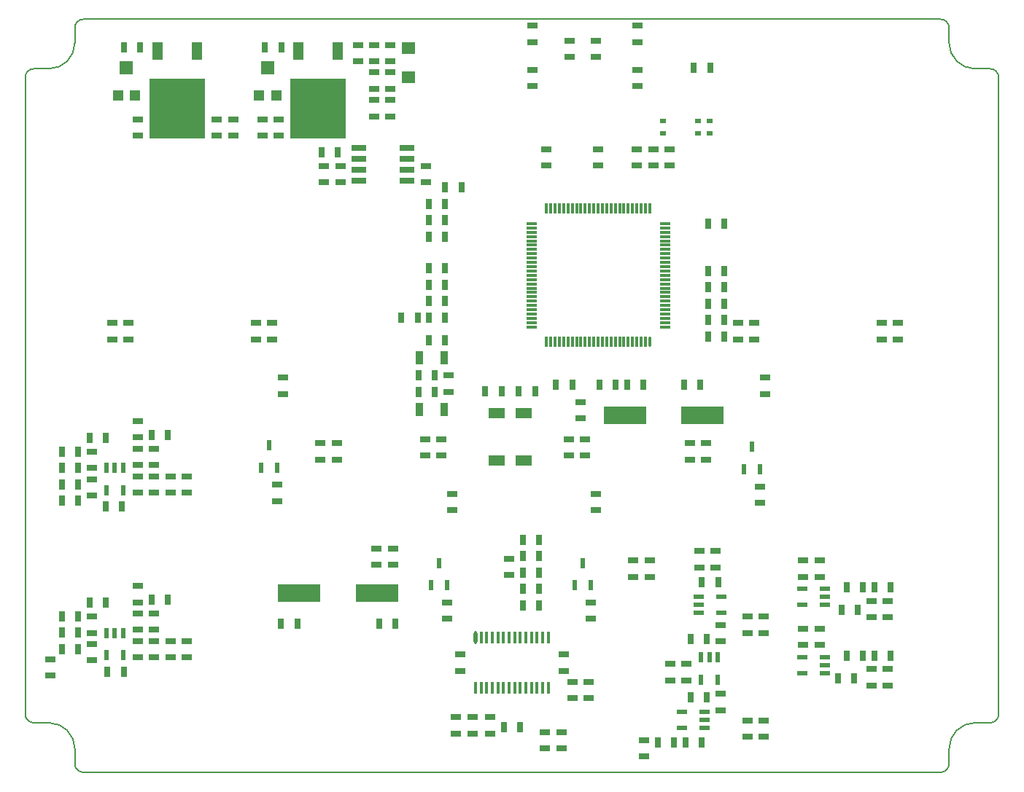
<source format=gbp>
G04*
G04 #@! TF.GenerationSoftware,Altium Limited,Altium Designer,24.4.1 (13)*
G04*
G04 Layer_Color=128*
%FSAX44Y44*%
%MOMM*%
G71*
G04*
G04 #@! TF.SameCoordinates,A6799A11-F43C-4D9C-96F4-C4FD18313EF3*
G04*
G04*
G04 #@! TF.FilePolarity,Positive*
G04*
G01*
G75*
%ADD11C,0.2000*%
%ADD15C,0.1500*%
%ADD17R,1.3000X0.7000*%
%ADD18R,0.7000X1.3000*%
%ADD54R,1.9000X1.3000*%
%ADD55R,5.0000X2.0000*%
%ADD56R,0.4500X1.4750*%
%ADD57O,0.4500X1.4750*%
%ADD58R,0.6000X1.2000*%
%ADD59R,0.7000X0.6000*%
%ADD60R,1.2000X0.3000*%
%ADD61R,0.3000X1.2000*%
%ADD62O,0.3000X1.2000*%
%ADD63R,1.3000X2.1500*%
%ADD64R,6.5000X7.0000*%
%ADD65R,1.2000X1.2000*%
%ADD66R,1.6000X1.5000*%
%ADD67R,1.8000X0.7000*%
%ADD68R,0.9000X1.6000*%
%ADD69R,1.6000X1.4000*%
%ADD70R,1.2000X0.6000*%
D11*
X01760000Y00715000D02*
G03*
X01730000Y00685000I00000000J-00030000D01*
G01*
X00685000Y01475000D02*
G03*
X00715000Y01505000I00000000J00030000D01*
G01*
X01730009Y01522500D02*
G03*
X01720009Y01532500I-00010000J00000000D01*
G01*
X01777500Y00714990D02*
G03*
X01787500Y00724990I00000000J00010000D01*
G01*
Y01465010D02*
G03*
X01777500Y01475010I-00010000J00000000D01*
G01*
X00667500D02*
G03*
X00657500Y01465010I00000000J-00010000D01*
G01*
X00724990Y01532500D02*
G03*
X00714990Y01522500I00000000J-00010000D01*
G01*
X01720009Y00657500D02*
G03*
X01730009Y00667500I00000000J00010000D01*
G01*
X01730000Y01505000D02*
G03*
X01760000Y01475000I00030000J00000000D01*
G01*
X00714990Y00667500D02*
G03*
X00724990Y00657500I00010000J00000000D01*
G01*
X00715000Y00685000D02*
G03*
X00685000Y00715000I-00030000J00000000D01*
G01*
X00657500Y00724990D02*
G03*
X00667500Y00714990I00010000J00000000D01*
G01*
D15*
X01787500Y00724990D02*
X01787500Y01465009D01*
X00667490Y01475000D02*
X00685000D01*
X00657500Y00724990D02*
X00657500Y01465009D01*
X00724990Y00657500D02*
X01720009Y00657500D01*
X00724990Y01532500D02*
X01155000D01*
X01760000Y00715000D02*
X01777509D01*
X00715000Y01505000D02*
Y01522510D01*
X01730000Y01505000D02*
Y01522510D01*
X01155000Y01532500D02*
X01720009Y01532500D01*
X01760000Y01475000D02*
X01777509D01*
X01730000Y00667490D02*
Y00685000D01*
X00715000Y00667491D02*
Y00685000D01*
X00667490Y00715000D02*
X00685000D01*
D17*
X01084250Y00898500D02*
D03*
Y00917500D02*
D03*
X01065250Y00917500D02*
D03*
Y00898500D02*
D03*
X01147550Y00835750D02*
D03*
Y00854750D02*
D03*
X00950250Y00972500D02*
D03*
Y00991500D02*
D03*
X01153500Y00962250D02*
D03*
Y00981250D02*
D03*
X01670500Y01179500D02*
D03*
Y01160500D02*
D03*
X01651500Y01179500D02*
D03*
Y01160500D02*
D03*
X01510800Y00970500D02*
D03*
Y00989500D02*
D03*
X01448000Y01040000D02*
D03*
Y01021000D02*
D03*
X01429000D02*
D03*
Y01040000D02*
D03*
X01363250Y00903500D02*
D03*
Y00884500D02*
D03*
X01382250D02*
D03*
Y00903500D02*
D03*
X01197240Y00702587D02*
D03*
Y00721587D02*
D03*
X01177128Y00702587D02*
D03*
Y00721587D02*
D03*
X01157016Y00702587D02*
D03*
Y00721587D02*
D03*
X01260750Y00685000D02*
D03*
Y00704000D02*
D03*
X01280000D02*
D03*
Y00685000D02*
D03*
X01282750Y00794500D02*
D03*
Y00775500D02*
D03*
X01292750Y00743500D02*
D03*
Y00762500D02*
D03*
X01311750Y00743500D02*
D03*
Y00762500D02*
D03*
X01314050Y00835750D02*
D03*
Y00854750D02*
D03*
X01219250Y00886500D02*
D03*
Y00905500D02*
D03*
X01319950Y00962200D02*
D03*
Y00981200D02*
D03*
X01307250Y01044750D02*
D03*
Y01025750D02*
D03*
X01288250Y01044750D02*
D03*
Y01025750D02*
D03*
X01302500Y01068500D02*
D03*
Y01087500D02*
D03*
X01485000Y01179500D02*
D03*
Y01160500D02*
D03*
X01516700Y01096950D02*
D03*
Y01115950D02*
D03*
X01504000Y01179500D02*
D03*
Y01160500D02*
D03*
X01246500Y01525000D02*
D03*
Y01506000D02*
D03*
Y01474000D02*
D03*
Y01455000D02*
D03*
X01319750Y01507750D02*
D03*
Y01488750D02*
D03*
X01289750Y01507750D02*
D03*
Y01488750D02*
D03*
X01368000Y01525000D02*
D03*
Y01506000D02*
D03*
Y01474000D02*
D03*
Y01455000D02*
D03*
X01367500Y01381500D02*
D03*
Y01362500D02*
D03*
X01386500Y01381500D02*
D03*
Y01362500D02*
D03*
X01405500Y01381500D02*
D03*
Y01362500D02*
D03*
X01322500Y01381500D02*
D03*
Y01362500D02*
D03*
X01262500Y01381500D02*
D03*
Y01362500D02*
D03*
X01062500Y01451750D02*
D03*
Y01470750D02*
D03*
X01043500Y01502750D02*
D03*
Y01483750D02*
D03*
X01062500Y01502750D02*
D03*
Y01483750D02*
D03*
X01081500Y01438750D02*
D03*
Y01419750D02*
D03*
X01062500Y01438750D02*
D03*
Y01419750D02*
D03*
X00788000Y01397250D02*
D03*
Y01416250D02*
D03*
X00952000Y01397250D02*
D03*
Y01416250D02*
D03*
X00933000D02*
D03*
Y01397250D02*
D03*
X00898750Y01416250D02*
D03*
Y01397250D02*
D03*
X00879750Y01416250D02*
D03*
Y01397250D02*
D03*
X01004500Y01343250D02*
D03*
Y01362250D02*
D03*
X01023500D02*
D03*
Y01343250D02*
D03*
X01122500D02*
D03*
Y01362250D02*
D03*
X01149000Y01118500D02*
D03*
Y01099500D02*
D03*
X01121750Y01044750D02*
D03*
Y01025750D02*
D03*
X01140750Y01044750D02*
D03*
Y01025750D02*
D03*
X01000000Y01040000D02*
D03*
Y01021000D02*
D03*
X01019000D02*
D03*
Y01040000D02*
D03*
X00956700Y01096950D02*
D03*
Y01115950D02*
D03*
X00925000Y01179500D02*
D03*
Y01160500D02*
D03*
X00944000Y01179500D02*
D03*
Y01160500D02*
D03*
X00777500Y01179500D02*
D03*
Y01160500D02*
D03*
X00758500Y01179500D02*
D03*
Y01160500D02*
D03*
X00788000Y01046500D02*
D03*
Y01065500D02*
D03*
X00807000Y01033500D02*
D03*
Y01014500D02*
D03*
X00788000Y01033500D02*
D03*
Y01014500D02*
D03*
X00735000Y01030000D02*
D03*
Y01011000D02*
D03*
Y00998000D02*
D03*
Y00979000D02*
D03*
X00788000Y01001500D02*
D03*
Y00982500D02*
D03*
X00807000D02*
D03*
Y01001500D02*
D03*
X00826000D02*
D03*
Y00982500D02*
D03*
X00845000Y01001500D02*
D03*
Y00982500D02*
D03*
X00788000Y00842000D02*
D03*
Y00823000D02*
D03*
Y00810000D02*
D03*
Y00791000D02*
D03*
X00807000D02*
D03*
Y00810000D02*
D03*
Y00842000D02*
D03*
Y00823000D02*
D03*
X00788000Y00855000D02*
D03*
Y00874000D02*
D03*
X00735000Y00838500D02*
D03*
Y00819500D02*
D03*
Y00806500D02*
D03*
Y00787500D02*
D03*
X00686250Y00770000D02*
D03*
Y00789000D02*
D03*
X00826000Y00810000D02*
D03*
Y00791000D02*
D03*
X00845000Y00810000D02*
D03*
Y00791000D02*
D03*
X01495750Y00819450D02*
D03*
Y00838450D02*
D03*
X01406250Y00764500D02*
D03*
Y00783500D02*
D03*
X01425250Y00764500D02*
D03*
Y00783500D02*
D03*
X01495750Y00698850D02*
D03*
Y00717850D02*
D03*
X01560500Y00824250D02*
D03*
Y00805250D02*
D03*
X01579500Y00824250D02*
D03*
Y00805250D02*
D03*
Y00903750D02*
D03*
Y00884750D02*
D03*
X01560500Y00903750D02*
D03*
Y00884750D02*
D03*
X01659000Y00837750D02*
D03*
Y00856750D02*
D03*
X01640000Y00837750D02*
D03*
Y00856750D02*
D03*
X01659000Y00758250D02*
D03*
Y00777250D02*
D03*
X01640000Y00758250D02*
D03*
Y00777250D02*
D03*
X01081500Y01502750D02*
D03*
Y01483750D02*
D03*
Y01451750D02*
D03*
Y01470750D02*
D03*
X01439750Y00895500D02*
D03*
Y00914500D02*
D03*
X01458750Y00895500D02*
D03*
Y00914500D02*
D03*
X01514750Y00838450D02*
D03*
Y00819450D02*
D03*
X01464750Y00809450D02*
D03*
Y00828450D02*
D03*
Y00748750D02*
D03*
Y00729750D02*
D03*
X01514850Y00717850D02*
D03*
Y00698850D02*
D03*
X01375750Y00694750D02*
D03*
Y00675750D02*
D03*
X01162250Y00794500D02*
D03*
Y00775500D02*
D03*
D18*
X01068250Y00830500D02*
D03*
X01087250D02*
D03*
X00973250D02*
D03*
X00954250D02*
D03*
X01232250Y00709750D02*
D03*
X01213250D02*
D03*
X01235250Y00927500D02*
D03*
X01254250D02*
D03*
X01235250Y00908500D02*
D03*
X01254250D02*
D03*
X01235250Y00889500D02*
D03*
X01254250D02*
D03*
X01254250Y00870500D02*
D03*
X01235250D02*
D03*
X01254250Y00851500D02*
D03*
X01235250D02*
D03*
X01230500Y01100000D02*
D03*
X01249500D02*
D03*
X01210500D02*
D03*
X01191500D02*
D03*
X01273500Y01108000D02*
D03*
X01292500D02*
D03*
X01343000D02*
D03*
X01324000D02*
D03*
X01375000D02*
D03*
X01356000D02*
D03*
X01422000D02*
D03*
X01441000D02*
D03*
X01469000Y01202000D02*
D03*
X01450000D02*
D03*
X01469000Y01183000D02*
D03*
X01450000D02*
D03*
X01469000Y01164000D02*
D03*
X01450000D02*
D03*
X01469000Y01221000D02*
D03*
X01450000D02*
D03*
X01469000Y01240000D02*
D03*
X01450000D02*
D03*
X01433750Y01475750D02*
D03*
X01452750D02*
D03*
X00935750Y01499750D02*
D03*
X00954750D02*
D03*
X00772000D02*
D03*
X00791000D02*
D03*
X01020500Y01378250D02*
D03*
X01001500D02*
D03*
X01164000Y01337000D02*
D03*
X01145000D02*
D03*
X01126000Y01318000D02*
D03*
X01145000D02*
D03*
X01126000Y01299000D02*
D03*
X01145000D02*
D03*
X01126000Y01280000D02*
D03*
X01145000D02*
D03*
X01126000Y01159750D02*
D03*
X01145000D02*
D03*
X01126000Y01243000D02*
D03*
X01145000D02*
D03*
X01126000Y01224000D02*
D03*
X01145000D02*
D03*
X01126000Y01205000D02*
D03*
X01145000D02*
D03*
X01126000Y01186000D02*
D03*
X01145000D02*
D03*
X01094000Y01186000D02*
D03*
X01113000D02*
D03*
X01133000Y01118750D02*
D03*
X01114000D02*
D03*
Y01099750D02*
D03*
X01133000D02*
D03*
X00823000Y01049500D02*
D03*
X00804000D02*
D03*
X00732000Y01046000D02*
D03*
X00751000D02*
D03*
X00700000Y01030250D02*
D03*
X00719000D02*
D03*
Y01011250D02*
D03*
X00700000D02*
D03*
Y00992250D02*
D03*
X00719000D02*
D03*
Y00973250D02*
D03*
X00700000D02*
D03*
X00770000Y00966500D02*
D03*
X00751000D02*
D03*
X00823000Y00858000D02*
D03*
X00804000D02*
D03*
X00732000Y00854500D02*
D03*
X00751000D02*
D03*
X00700000Y00838750D02*
D03*
X00719000D02*
D03*
Y00819750D02*
D03*
X00700000D02*
D03*
Y00800750D02*
D03*
X00719000D02*
D03*
X00772000Y00774000D02*
D03*
X00753000D02*
D03*
X01442750Y00878500D02*
D03*
X01461750D02*
D03*
X01448750Y00812500D02*
D03*
X01429750D02*
D03*
X01448750Y00744750D02*
D03*
X01429750D02*
D03*
X01442750Y00691750D02*
D03*
X01423750D02*
D03*
X01630000Y00872750D02*
D03*
X01611000D02*
D03*
X01662000D02*
D03*
X01643000D02*
D03*
X01624000Y00846250D02*
D03*
X01605000D02*
D03*
X01643000Y00793250D02*
D03*
X01662000D02*
D03*
X01630000D02*
D03*
X01611000D02*
D03*
X01410750Y00691750D02*
D03*
X01391750D02*
D03*
X01620000Y00766750D02*
D03*
X01601000D02*
D03*
X01469000Y01295000D02*
D03*
X01450000D02*
D03*
D54*
X01236500Y01074500D02*
D03*
Y01019500D02*
D03*
X01204500D02*
D03*
Y01074500D02*
D03*
D55*
X00975750Y00866000D02*
D03*
X01065750D02*
D03*
X01353500Y01072500D02*
D03*
X01443500D02*
D03*
D56*
X01199750Y00755620D02*
D03*
X01193250D02*
D03*
X01186750D02*
D03*
X01180250D02*
D03*
X01264750D02*
D03*
X01258250D02*
D03*
X01251750D02*
D03*
X01245250D02*
D03*
X01238750D02*
D03*
X01232250D02*
D03*
X01225750D02*
D03*
X01219250D02*
D03*
X01212750D02*
D03*
X01206250D02*
D03*
X01264750Y00814380D02*
D03*
X01258250D02*
D03*
X01251750D02*
D03*
X01245250D02*
D03*
X01238750D02*
D03*
X01232250D02*
D03*
X01225750D02*
D03*
X01219250D02*
D03*
X01212750D02*
D03*
X01206250D02*
D03*
X01199750D02*
D03*
X01193250D02*
D03*
X01186750D02*
D03*
D57*
X01180250D02*
D03*
D58*
X01491800Y01009500D02*
D03*
X01510800D02*
D03*
X01501300Y01035500D02*
D03*
X01295050Y00874750D02*
D03*
X01314050D02*
D03*
X01304550Y00900750D02*
D03*
X00752000Y01011000D02*
D03*
X00771000D02*
D03*
Y00985000D02*
D03*
X00752000D02*
D03*
X00761500Y01011000D02*
D03*
X00752000Y00819500D02*
D03*
X00771000D02*
D03*
Y00793500D02*
D03*
X00752000D02*
D03*
X00761500Y00819500D02*
D03*
X01442250Y00791100D02*
D03*
X01461250D02*
D03*
Y00765100D02*
D03*
X01442250D02*
D03*
X01451750Y00791100D02*
D03*
X00931250Y01011500D02*
D03*
X00950250D02*
D03*
X00940750Y01037500D02*
D03*
X01128550Y00874750D02*
D03*
X01147550D02*
D03*
X01138050Y00900750D02*
D03*
D59*
X01397750Y01400250D02*
D03*
Y01414250D02*
D03*
X01438250Y01400250D02*
D03*
Y01414250D02*
D03*
X01452250Y01400250D02*
D03*
Y01414250D02*
D03*
D60*
X01400000Y01175000D02*
D03*
Y01180000D02*
D03*
Y01185000D02*
D03*
Y01190000D02*
D03*
Y01195000D02*
D03*
Y01200000D02*
D03*
Y01205000D02*
D03*
Y01210000D02*
D03*
Y01215000D02*
D03*
Y01220000D02*
D03*
Y01225000D02*
D03*
Y01230000D02*
D03*
Y01235000D02*
D03*
Y01240000D02*
D03*
Y01245000D02*
D03*
Y01250000D02*
D03*
Y01255000D02*
D03*
Y01260000D02*
D03*
Y01265000D02*
D03*
Y01270000D02*
D03*
Y01275000D02*
D03*
Y01280000D02*
D03*
Y01285000D02*
D03*
Y01290000D02*
D03*
Y01295000D02*
D03*
X01245000D02*
D03*
Y01290000D02*
D03*
Y01285000D02*
D03*
Y01280000D02*
D03*
Y01275000D02*
D03*
Y01270000D02*
D03*
Y01265000D02*
D03*
Y01260000D02*
D03*
Y01255000D02*
D03*
Y01250000D02*
D03*
Y01245000D02*
D03*
Y01240000D02*
D03*
Y01235000D02*
D03*
Y01230000D02*
D03*
Y01225000D02*
D03*
Y01220000D02*
D03*
Y01215000D02*
D03*
Y01210000D02*
D03*
Y01205000D02*
D03*
Y01200000D02*
D03*
Y01195000D02*
D03*
Y01190000D02*
D03*
Y01185000D02*
D03*
Y01180000D02*
D03*
Y01175000D02*
D03*
D61*
X01382500Y01312500D02*
D03*
X01377500D02*
D03*
X01372500D02*
D03*
X01367500D02*
D03*
X01362500D02*
D03*
X01357500D02*
D03*
X01352500D02*
D03*
X01347500D02*
D03*
X01342500D02*
D03*
X01337500D02*
D03*
X01332500D02*
D03*
X01327500D02*
D03*
X01322500D02*
D03*
X01317500D02*
D03*
X01312500D02*
D03*
X01307500D02*
D03*
X01302500D02*
D03*
X01297500D02*
D03*
X01292500D02*
D03*
X01287500D02*
D03*
X01282500D02*
D03*
X01277500D02*
D03*
X01272500D02*
D03*
X01267500D02*
D03*
X01262500D02*
D03*
Y01157500D02*
D03*
X01267500D02*
D03*
X01272500D02*
D03*
X01277500D02*
D03*
X01282500D02*
D03*
X01287500D02*
D03*
X01292500D02*
D03*
X01297500D02*
D03*
X01302500D02*
D03*
X01307500D02*
D03*
X01312500D02*
D03*
X01317500D02*
D03*
X01322500D02*
D03*
X01327500D02*
D03*
X01332500D02*
D03*
X01337500D02*
D03*
X01342500D02*
D03*
X01347500D02*
D03*
X01352500D02*
D03*
X01357500D02*
D03*
X01362500D02*
D03*
X01367500D02*
D03*
X01372500D02*
D03*
X01377500D02*
D03*
D62*
X01382500D02*
D03*
D63*
X00974800Y01495500D02*
D03*
X01020500D02*
D03*
X00811000D02*
D03*
X00856700D02*
D03*
D64*
X00997650Y01428850D02*
D03*
X00833850D02*
D03*
D65*
X00928750Y01443750D02*
D03*
X00948750D02*
D03*
X00765000D02*
D03*
X00785000D02*
D03*
D66*
X00938750Y01476250D02*
D03*
X00775000D02*
D03*
D67*
X01045000Y01344700D02*
D03*
X01101000D02*
D03*
X01045000Y01357400D02*
D03*
X01101000D02*
D03*
X01045000Y01382800D02*
D03*
X01101000D02*
D03*
X01045000Y01370100D02*
D03*
X01101000D02*
D03*
D68*
X01115000Y01139250D02*
D03*
X01144000D02*
D03*
X01115000Y01079250D02*
D03*
X01144000D02*
D03*
D69*
X01102000Y01465250D02*
D03*
Y01499250D02*
D03*
D70*
X01439250Y00842500D02*
D03*
Y00861500D02*
D03*
X01465250D02*
D03*
Y00842500D02*
D03*
X01439250Y00852000D02*
D03*
X01585500Y00870750D02*
D03*
Y00851750D02*
D03*
X01559500D02*
D03*
Y00870750D02*
D03*
X01585500Y00861250D02*
D03*
Y00791250D02*
D03*
Y00772250D02*
D03*
X01559500D02*
D03*
Y00791250D02*
D03*
X01585500Y00781750D02*
D03*
X01446250Y00727750D02*
D03*
Y00708750D02*
D03*
X01420250D02*
D03*
Y00727750D02*
D03*
X01446250Y00718250D02*
D03*
M02*

</source>
